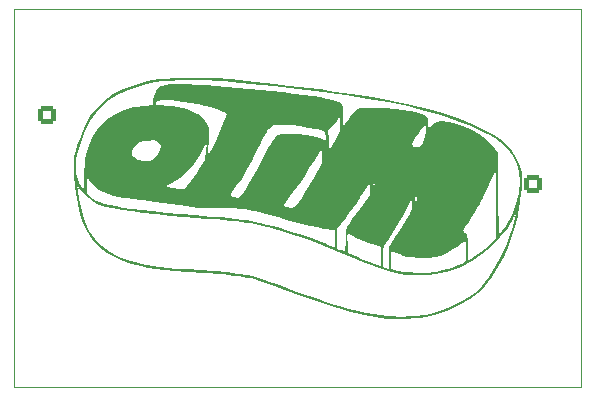
<source format=gbo>
G04 #@! TF.GenerationSoftware,KiCad,Pcbnew,9.0.2*
G04 #@! TF.CreationDate,2025-08-04T18:18:05+01:00*
G04 #@! TF.ProjectId,mito,6d69746f-2e6b-4696-9361-645f70636258,rev?*
G04 #@! TF.SameCoordinates,Original*
G04 #@! TF.FileFunction,Legend,Bot*
G04 #@! TF.FilePolarity,Positive*
%FSLAX46Y46*%
G04 Gerber Fmt 4.6, Leading zero omitted, Abs format (unit mm)*
G04 Created by KiCad (PCBNEW 9.0.2) date 2025-08-04 18:18:05*
%MOMM*%
%LPD*%
G01*
G04 APERTURE LIST*
G04 Aperture macros list*
%AMRoundRect*
0 Rectangle with rounded corners*
0 $1 Rounding radius*
0 $2 $3 $4 $5 $6 $7 $8 $9 X,Y pos of 4 corners*
0 Add a 4 corners polygon primitive as box body*
4,1,4,$2,$3,$4,$5,$6,$7,$8,$9,$2,$3,0*
0 Add four circle primitives for the rounded corners*
1,1,$1+$1,$2,$3*
1,1,$1+$1,$4,$5*
1,1,$1+$1,$6,$7*
1,1,$1+$1,$8,$9*
0 Add four rect primitives between the rounded corners*
20,1,$1+$1,$2,$3,$4,$5,0*
20,1,$1+$1,$4,$5,$6,$7,0*
20,1,$1+$1,$6,$7,$8,$9,0*
20,1,$1+$1,$8,$9,$2,$3,0*%
G04 Aperture macros list end*
%ADD10C,0.000000*%
%ADD11C,3.600000*%
%ADD12RoundRect,0.250000X-0.550000X0.550000X-0.550000X-0.550000X0.550000X-0.550000X0.550000X0.550000X0*%
%ADD13C,1.600000*%
%ADD14O,2.200000X3.500000*%
%ADD15R,1.500000X2.500000*%
%ADD16O,1.500000X2.500000*%
G04 #@! TA.AperFunction,Profile*
%ADD17C,0.050000*%
G04 #@! TD*
G04 APERTURE END LIST*
D10*
G36*
X176010852Y-100579945D02*
G01*
X176009670Y-100675654D01*
X175982253Y-101116861D01*
X175922859Y-101657559D01*
X175837204Y-102260245D01*
X175731001Y-102887416D01*
X175665810Y-103218202D01*
X175609964Y-103501569D01*
X175479809Y-104065202D01*
X175233499Y-104924654D01*
X174861679Y-105951697D01*
X174423043Y-106932116D01*
X173928159Y-107848337D01*
X173387596Y-108682788D01*
X172811924Y-109417898D01*
X172211711Y-110036094D01*
X171597528Y-110519805D01*
X171588462Y-110525823D01*
X170650794Y-111069215D01*
X169621467Y-111524836D01*
X168542669Y-111876504D01*
X167456587Y-112108040D01*
X166941319Y-112168605D01*
X166216396Y-112209652D01*
X165439819Y-112213859D01*
X164664480Y-112181174D01*
X163943267Y-112111545D01*
X163674968Y-112074699D01*
X162975197Y-111960028D01*
X162257464Y-111814044D01*
X161504730Y-111631848D01*
X160699959Y-111408544D01*
X159826114Y-111139232D01*
X158866157Y-110819017D01*
X157803052Y-110442999D01*
X156619761Y-110006282D01*
X156374788Y-109914469D01*
X155642880Y-109642131D01*
X155027119Y-109417264D01*
X154507912Y-109233706D01*
X154065665Y-109085292D01*
X153680785Y-108965858D01*
X153333677Y-108869241D01*
X153004749Y-108789278D01*
X152674406Y-108719805D01*
X152323054Y-108654658D01*
X152029565Y-108604796D01*
X151613141Y-108541616D01*
X151176713Y-108485392D01*
X150698282Y-108434025D01*
X150155850Y-108385418D01*
X149527420Y-108337473D01*
X148790994Y-108288092D01*
X147924575Y-108235176D01*
X147613375Y-108216238D01*
X146599827Y-108144826D01*
X145722328Y-108066014D01*
X144968431Y-107978411D01*
X144325692Y-107880622D01*
X143781666Y-107771254D01*
X143669433Y-107744791D01*
X142605031Y-107441497D01*
X141672738Y-107070119D01*
X140865598Y-106623316D01*
X140176653Y-106093751D01*
X139598946Y-105474083D01*
X139125521Y-104756973D01*
X138749419Y-103935082D01*
X138463686Y-103001072D01*
X138261363Y-101947601D01*
X138219560Y-101656964D01*
X138117898Y-100882956D01*
X138310566Y-100882956D01*
X138328221Y-101011377D01*
X138331644Y-101032489D01*
X138362814Y-101236724D01*
X138405236Y-101527066D01*
X138450763Y-101847904D01*
X138484300Y-102074297D01*
X138691157Y-103091612D01*
X138977328Y-103985445D01*
X139350370Y-104765286D01*
X139817842Y-105440622D01*
X140387302Y-106020942D01*
X141066308Y-106515733D01*
X141862418Y-106934485D01*
X142783191Y-107286685D01*
X142806723Y-107294350D01*
X143251082Y-107429359D01*
X143706027Y-107547006D01*
X144189243Y-107649693D01*
X144718419Y-107739818D01*
X145311242Y-107819785D01*
X145985400Y-107891992D01*
X146758579Y-107958841D01*
X147648469Y-108022733D01*
X148672755Y-108086068D01*
X148736543Y-108089810D01*
X149936232Y-108173093D01*
X150995854Y-108273232D01*
X151926117Y-108391582D01*
X152737729Y-108529493D01*
X153441398Y-108688318D01*
X153606208Y-108735643D01*
X153937374Y-108841224D01*
X154371890Y-108987314D01*
X154887400Y-109166134D01*
X155461545Y-109369902D01*
X156071969Y-109590837D01*
X156696314Y-109821157D01*
X157363836Y-110067876D01*
X158503612Y-110477845D01*
X159527530Y-110829118D01*
X160449777Y-111125523D01*
X161284544Y-111370893D01*
X162046021Y-111569056D01*
X162748397Y-111723844D01*
X163405862Y-111839086D01*
X164032604Y-111918613D01*
X164642815Y-111966256D01*
X164843425Y-111977485D01*
X165172381Y-111997300D01*
X165436964Y-112014972D01*
X165593414Y-112027671D01*
X165679679Y-112032582D01*
X165947399Y-112029189D01*
X166304333Y-112010585D01*
X166709212Y-111980088D01*
X167120764Y-111941016D01*
X167497718Y-111896685D01*
X167798803Y-111850413D01*
X168214447Y-111760508D01*
X169049730Y-111514802D01*
X169907816Y-111187160D01*
X170737399Y-110798195D01*
X171487173Y-110368520D01*
X172000521Y-109983506D01*
X172587466Y-109402778D01*
X173156201Y-108689166D01*
X173699445Y-107852964D01*
X174209915Y-106904466D01*
X174680332Y-105853966D01*
X174760532Y-105648339D01*
X174893975Y-105276517D01*
X175032894Y-104860989D01*
X175167847Y-104432911D01*
X175289393Y-104023437D01*
X175388088Y-103663724D01*
X175454490Y-103384927D01*
X175479156Y-103218202D01*
X175472004Y-103216315D01*
X175414830Y-103300624D01*
X175312859Y-103483199D01*
X175181016Y-103738020D01*
X174745812Y-104480255D01*
X174136264Y-105277619D01*
X173979192Y-105440843D01*
X173417335Y-106024706D01*
X172611141Y-106703107D01*
X171739797Y-107294412D01*
X170825418Y-107780214D01*
X169890120Y-108142103D01*
X169412578Y-108278998D01*
X168714424Y-108425508D01*
X167994021Y-108506011D01*
X167190420Y-108529247D01*
X166889566Y-108523261D01*
X166270734Y-108477118D01*
X165633533Y-108381250D01*
X164959473Y-108230598D01*
X164230064Y-108020101D01*
X163426817Y-107744701D01*
X162531242Y-107399338D01*
X161524851Y-106978953D01*
X160654155Y-106608072D01*
X159606660Y-106174865D01*
X158653253Y-105797976D01*
X157770873Y-105469182D01*
X156936460Y-105180260D01*
X156126954Y-104922987D01*
X155319294Y-104689138D01*
X154490420Y-104470491D01*
X154411369Y-104450582D01*
X154027340Y-104355595D01*
X153671692Y-104272015D01*
X153329424Y-104197925D01*
X152985531Y-104131410D01*
X152625011Y-104070552D01*
X152232860Y-104013437D01*
X151794077Y-103958146D01*
X151293657Y-103902764D01*
X150716599Y-103845375D01*
X150047898Y-103784063D01*
X149272553Y-103716910D01*
X148375560Y-103642001D01*
X147341917Y-103557420D01*
X146238804Y-103463522D01*
X145001689Y-103345985D01*
X143903870Y-103226467D01*
X142938257Y-103104055D01*
X142097762Y-102977836D01*
X141375297Y-102846898D01*
X140763773Y-102710328D01*
X140177878Y-102532956D01*
X139690424Y-102306794D01*
X139271769Y-102008139D01*
X138886843Y-101611930D01*
X138500578Y-101093107D01*
X138397722Y-100943173D01*
X138327777Y-100857398D01*
X138310566Y-100882956D01*
X138117898Y-100882956D01*
X138113186Y-100847079D01*
X138043199Y-100151654D01*
X138011904Y-99545045D01*
X138015552Y-99340635D01*
X138219438Y-99340635D01*
X138245758Y-99834932D01*
X138322569Y-100238052D01*
X138364424Y-100360610D01*
X138495419Y-100667641D01*
X138645772Y-100953582D01*
X138862575Y-101315568D01*
X138907090Y-100107049D01*
X139128743Y-100107049D01*
X139128743Y-100876490D01*
X139128743Y-101645932D01*
X139448504Y-101919636D01*
X139459963Y-101929353D01*
X139665764Y-102078247D01*
X139920486Y-102216393D01*
X140232714Y-102345253D01*
X140611033Y-102466289D01*
X141064029Y-102580962D01*
X141600286Y-102690734D01*
X142228391Y-102797067D01*
X142956929Y-102901421D01*
X143794484Y-103005259D01*
X144749642Y-103110043D01*
X145830988Y-103217233D01*
X147047108Y-103328291D01*
X148406587Y-103444679D01*
X148845400Y-103481460D01*
X149742306Y-103558436D01*
X150511877Y-103627823D01*
X151171055Y-103691766D01*
X151736779Y-103752406D01*
X152225991Y-103811885D01*
X152655633Y-103872346D01*
X153042644Y-103935931D01*
X153403966Y-104004783D01*
X153756539Y-104081043D01*
X154117305Y-104166855D01*
X154383093Y-104233575D01*
X155276840Y-104473750D01*
X156197213Y-104742837D01*
X157108982Y-105029490D01*
X157976914Y-105322359D01*
X158765780Y-105610098D01*
X159440348Y-105881360D01*
X159564821Y-105934362D01*
X159822280Y-106042031D01*
X160007447Y-106116682D01*
X160086680Y-106144610D01*
X160094634Y-106120949D01*
X160106633Y-105978598D01*
X160114891Y-105736174D01*
X160117965Y-105426815D01*
X160117965Y-104709020D01*
X159756737Y-104658878D01*
X159670479Y-104646276D01*
X159651542Y-104642962D01*
X160346108Y-104642962D01*
X160346108Y-104709020D01*
X160346108Y-105462395D01*
X160346108Y-106281827D01*
X160555240Y-106357536D01*
X160725642Y-106420652D01*
X160897456Y-106487184D01*
X160936041Y-106498532D01*
X160979008Y-106482070D01*
X161006586Y-106404923D01*
X161022130Y-106244242D01*
X161028996Y-105977176D01*
X161030539Y-105580876D01*
X161029130Y-105305820D01*
X161029415Y-105221377D01*
X161192738Y-105221377D01*
X161192862Y-105488055D01*
X161199074Y-105819572D01*
X161220659Y-106635252D01*
X162057186Y-106988049D01*
X162337969Y-107104859D01*
X162751943Y-107272497D01*
X163139907Y-107424934D01*
X163445060Y-107539597D01*
X163996408Y-107738347D01*
X163996408Y-106927606D01*
X164224551Y-106927606D01*
X164224551Y-107802785D01*
X164446622Y-107880200D01*
X164668693Y-107957614D01*
X164693778Y-107027999D01*
X164708836Y-106469958D01*
X164908982Y-106469958D01*
X164908982Y-107246153D01*
X164908982Y-108022348D01*
X165498354Y-108158555D01*
X165538685Y-108167529D01*
X165947375Y-108233846D01*
X166449195Y-108283198D01*
X166995564Y-108313683D01*
X167537902Y-108323396D01*
X168027628Y-108310434D01*
X168416162Y-108272893D01*
X168699042Y-108223285D01*
X169195535Y-108115417D01*
X169696131Y-107984517D01*
X170170012Y-107840248D01*
X170586363Y-107692275D01*
X170914367Y-107550263D01*
X171123210Y-107423878D01*
X171156111Y-107372318D01*
X171193127Y-107201653D01*
X171214248Y-106908174D01*
X171220959Y-106477514D01*
X171218114Y-106160850D01*
X171209432Y-105876208D01*
X171196313Y-105683288D01*
X171180177Y-105612275D01*
X171168594Y-105616496D01*
X171063203Y-105683709D01*
X170878514Y-105815793D01*
X170645649Y-105990711D01*
X170615778Y-106013413D01*
X170136793Y-106335928D01*
X169615210Y-106622012D01*
X169100285Y-106847186D01*
X168641273Y-106986967D01*
X168518586Y-107007473D01*
X168180735Y-107036384D01*
X167752510Y-107048027D01*
X167274526Y-107040799D01*
X167127659Y-107035366D01*
X166742481Y-107015297D01*
X166446355Y-106984307D01*
X166191294Y-106933667D01*
X165929312Y-106854652D01*
X165612426Y-106738535D01*
X164908982Y-106469958D01*
X164708836Y-106469958D01*
X164718863Y-106098385D01*
X165414629Y-105037815D01*
X165468177Y-104956127D01*
X165626934Y-104711635D01*
X170992815Y-104711635D01*
X170993267Y-104717015D01*
X171052437Y-104818921D01*
X171180772Y-104957203D01*
X171202956Y-104978059D01*
X171270751Y-105053405D01*
X171317877Y-105144976D01*
X171348844Y-105279944D01*
X171368164Y-105485480D01*
X171380347Y-105788756D01*
X171389903Y-106216945D01*
X171394986Y-106477514D01*
X171411078Y-107302495D01*
X172019248Y-106895598D01*
X172104676Y-106837079D01*
X172469199Y-106566277D01*
X172850590Y-106256816D01*
X173178978Y-105964772D01*
X173730539Y-105440843D01*
X173728425Y-102503655D01*
X173726310Y-99566467D01*
X173497398Y-100136826D01*
X173370473Y-100438059D01*
X173191103Y-100834729D01*
X173170164Y-100881034D01*
X172937177Y-101371348D01*
X172687180Y-101877911D01*
X172637280Y-101975535D01*
X172435836Y-102369636D01*
X172372906Y-102487996D01*
X172198812Y-102815436D01*
X171991773Y-103184223D01*
X171830386Y-103444910D01*
X171663002Y-103689286D01*
X171444015Y-104004826D01*
X171256609Y-104270729D01*
X171140990Y-104439958D01*
X171034071Y-104615636D01*
X170992815Y-104711635D01*
X165626934Y-104711635D01*
X165820879Y-104412953D01*
X166097228Y-103973840D01*
X166306242Y-103620281D01*
X166456938Y-103333767D01*
X166558333Y-103095789D01*
X166619443Y-102887840D01*
X166649287Y-102691412D01*
X166656880Y-102487996D01*
X166655676Y-102000000D01*
X166126084Y-103007363D01*
X165882166Y-103460220D01*
X165565926Y-104020559D01*
X165246194Y-104561447D01*
X164940726Y-105053674D01*
X164667275Y-105468032D01*
X164443595Y-105775314D01*
X164376321Y-105862836D01*
X164304175Y-105978854D01*
X164267162Y-106086488D01*
X164259490Y-106108799D01*
X164235702Y-106287212D01*
X164226245Y-106548634D01*
X164224551Y-106927606D01*
X163996408Y-106927606D01*
X163996408Y-106912417D01*
X163996408Y-106086488D01*
X163330988Y-105879059D01*
X163205513Y-105838280D01*
X162793554Y-105689547D01*
X162349900Y-105512709D01*
X161951018Y-105337761D01*
X161729448Y-105234907D01*
X161467998Y-105115589D01*
X161283786Y-105034072D01*
X161206978Y-105003892D01*
X161198401Y-105050598D01*
X161192738Y-105221377D01*
X161029415Y-105221377D01*
X161029953Y-105061907D01*
X161042311Y-104860336D01*
X161075537Y-104680150D01*
X161138964Y-104500393D01*
X161241926Y-104300108D01*
X161393754Y-104058338D01*
X161603782Y-103754126D01*
X161881342Y-103366516D01*
X162235768Y-102874551D01*
X162889554Y-101964580D01*
X166895180Y-101964580D01*
X166900194Y-102163478D01*
X166924252Y-102456287D01*
X167030290Y-102204900D01*
X167050730Y-102154372D01*
X167094237Y-101975535D01*
X167050570Y-101867755D01*
X167003181Y-101831654D01*
X166920474Y-101826333D01*
X166912940Y-101838967D01*
X166895180Y-101964580D01*
X162889554Y-101964580D01*
X163082659Y-101695808D01*
X163083246Y-101210253D01*
X163083294Y-101097249D01*
X163079347Y-100887771D01*
X163061700Y-100800580D01*
X163020544Y-100813927D01*
X162946073Y-100906061D01*
X162941422Y-100912255D01*
X162843305Y-101053694D01*
X162686745Y-101290150D01*
X162492331Y-101590176D01*
X162280654Y-101922324D01*
X162253941Y-101964387D01*
X161993467Y-102360888D01*
X161681323Y-102817844D01*
X161354391Y-103281999D01*
X161049551Y-103700093D01*
X160346108Y-104642962D01*
X159651542Y-104642962D01*
X159217688Y-104567037D01*
X158658170Y-104453062D01*
X158023503Y-104311799D01*
X157345270Y-104150699D01*
X156655050Y-103977212D01*
X155984423Y-103798787D01*
X155364971Y-103622873D01*
X154966065Y-103505587D01*
X154323581Y-103320723D01*
X153782248Y-103174117D01*
X153313456Y-103061219D01*
X152888593Y-102977481D01*
X152479050Y-102918355D01*
X152056215Y-102879291D01*
X151591478Y-102855741D01*
X151056229Y-102843156D01*
X150421857Y-102836987D01*
X150032598Y-102833474D01*
X149518829Y-102825699D01*
X149059792Y-102815204D01*
X148679830Y-102802693D01*
X148403283Y-102788867D01*
X148254491Y-102774429D01*
X148024958Y-102732532D01*
X147498620Y-102643758D01*
X147073028Y-102577164D01*
X155784391Y-102577164D01*
X155836560Y-102632018D01*
X155976932Y-102710248D01*
X156143265Y-102775042D01*
X156321187Y-102807705D01*
X156492973Y-102785577D01*
X156668207Y-102698661D01*
X156856469Y-102536962D01*
X157067340Y-102290484D01*
X157310403Y-101949230D01*
X157595239Y-101503203D01*
X157931429Y-100942409D01*
X158016212Y-100796048D01*
X163321169Y-100796048D01*
X163325625Y-100979491D01*
X163337157Y-101097249D01*
X163350000Y-101228394D01*
X163458733Y-101023289D01*
X163473526Y-100994627D01*
X163525455Y-100834729D01*
X163479013Y-100729730D01*
X163428691Y-100691487D01*
X163345904Y-100685932D01*
X163343458Y-100688799D01*
X163321169Y-100796048D01*
X158016212Y-100796048D01*
X158328555Y-100256850D01*
X159053294Y-98992939D01*
X159053294Y-98369758D01*
X159053294Y-97746577D01*
X158437547Y-98732570D01*
X158436553Y-98734160D01*
X157975948Y-99465815D01*
X157577162Y-100085572D01*
X157226573Y-100613545D01*
X156910560Y-101069849D01*
X156615501Y-101474597D01*
X156327774Y-101847904D01*
X156129264Y-102101500D01*
X155950631Y-102336215D01*
X155829354Y-102503250D01*
X155784391Y-102577164D01*
X147073028Y-102577164D01*
X146894864Y-102549286D01*
X146246166Y-102453596D01*
X145585001Y-102361168D01*
X144943847Y-102276483D01*
X144355178Y-102204021D01*
X143851472Y-102148263D01*
X143465205Y-102113689D01*
X143253578Y-102097292D01*
X142287003Y-101980875D01*
X141454317Y-101804317D01*
X141194356Y-101716123D01*
X151296408Y-101716123D01*
X151297131Y-101722512D01*
X151373067Y-101800558D01*
X151535899Y-101878488D01*
X151682847Y-101925668D01*
X151892606Y-101958393D01*
X152058680Y-101907491D01*
X152219160Y-101755929D01*
X152412136Y-101486676D01*
X152420122Y-101474647D01*
X152603378Y-101188764D01*
X152801997Y-100858915D01*
X153026348Y-100466603D01*
X153286799Y-99993333D01*
X153593717Y-99420611D01*
X153957471Y-98729940D01*
X154228568Y-98216172D01*
X154487832Y-97738856D01*
X154700208Y-97370107D01*
X154876246Y-97094838D01*
X155026494Y-96897962D01*
X155161501Y-96764391D01*
X155291816Y-96679039D01*
X155427990Y-96626817D01*
X155591065Y-96589713D01*
X156019433Y-96542901D01*
X156532729Y-96534979D01*
X157091614Y-96562354D01*
X157656748Y-96621430D01*
X158188793Y-96708612D01*
X158648409Y-96820305D01*
X158996258Y-96952914D01*
X159281438Y-97098001D01*
X159283750Y-97799898D01*
X159287419Y-98071502D01*
X159300826Y-98296457D01*
X159319944Y-98369758D01*
X159325605Y-98391465D01*
X159363487Y-98368873D01*
X159382394Y-98312746D01*
X159404504Y-98095627D01*
X159406479Y-97748140D01*
X159388010Y-97283832D01*
X159371752Y-97003350D01*
X159349173Y-96694554D01*
X159323738Y-96495046D01*
X159289937Y-96379259D01*
X159242257Y-96321630D01*
X159175190Y-96296595D01*
X158981352Y-96255996D01*
X159580626Y-96255996D01*
X159602139Y-97109288D01*
X159618246Y-97748140D01*
X159623653Y-97962579D01*
X159929921Y-97429873D01*
X166681015Y-97429873D01*
X166707236Y-97554720D01*
X166855942Y-97635865D01*
X167064753Y-97677734D01*
X167265864Y-97672969D01*
X167392914Y-97615671D01*
X167456388Y-97511007D01*
X167561118Y-97305392D01*
X167678772Y-97051643D01*
X167798362Y-96743838D01*
X167856789Y-96459446D01*
X167860045Y-96139069D01*
X167836827Y-95688024D01*
X167363965Y-96307727D01*
X167362890Y-96309155D01*
X167239353Y-96473331D01*
X166945543Y-96892085D01*
X166759941Y-97209964D01*
X166681015Y-97429873D01*
X159929921Y-97429873D01*
X160098953Y-97135867D01*
X160574252Y-96309155D01*
X160573538Y-95618350D01*
X160572825Y-94927545D01*
X160353828Y-95307784D01*
X160269573Y-95443759D01*
X160062897Y-95731740D01*
X159857728Y-95972010D01*
X159580626Y-96255996D01*
X158981352Y-96255996D01*
X158576932Y-96171291D01*
X157846036Y-96034335D01*
X157152608Y-95921548D01*
X156518573Y-95835828D01*
X155965860Y-95780074D01*
X155516393Y-95757184D01*
X155192100Y-95770058D01*
X155120486Y-95779637D01*
X154884747Y-95833995D01*
X154709341Y-95938971D01*
X154523009Y-96133248D01*
X154498138Y-96164506D01*
X154369114Y-96359648D01*
X154193325Y-96659611D01*
X153985055Y-97038592D01*
X153758584Y-97470790D01*
X153528197Y-97930403D01*
X153364578Y-98263405D01*
X153082391Y-98829373D01*
X152842498Y-99294712D01*
X152630648Y-99684283D01*
X152432586Y-100022946D01*
X152234060Y-100335562D01*
X152020817Y-100646991D01*
X151778602Y-100982095D01*
X151624008Y-101196323D01*
X151454635Y-101442846D01*
X151339121Y-101625723D01*
X151296408Y-101716123D01*
X141194356Y-101716123D01*
X140749698Y-101565269D01*
X140167323Y-101261378D01*
X139804095Y-100972102D01*
X145807767Y-100972102D01*
X146023494Y-101059070D01*
X146045982Y-101067237D01*
X146246402Y-101113325D01*
X146534665Y-101154529D01*
X146856354Y-101182765D01*
X147473486Y-101219492D01*
X147815911Y-100735195D01*
X147944508Y-100550861D01*
X148170616Y-100220521D01*
X148420532Y-99850103D01*
X148659809Y-99490419D01*
X149161283Y-98729940D01*
X149209368Y-98007485D01*
X149257452Y-97285030D01*
X149079637Y-97631307D01*
X148960046Y-97864200D01*
X148695966Y-98338821D01*
X148183538Y-99089899D01*
X147611083Y-99744611D01*
X146995645Y-100284468D01*
X146354269Y-100690979D01*
X145807767Y-100972102D01*
X139804095Y-100972102D01*
X139701371Y-100890292D01*
X139346020Y-100449659D01*
X139128743Y-100107049D01*
X138907090Y-100107049D01*
X138911595Y-99984730D01*
X138919644Y-99781513D01*
X138950915Y-99210210D01*
X138992566Y-98750847D01*
X139047890Y-98372816D01*
X139110764Y-98088139D01*
X142934020Y-98088139D01*
X142970609Y-98334687D01*
X143152733Y-98545461D01*
X143482826Y-98727039D01*
X143568351Y-98757313D01*
X143851882Y-98819331D01*
X144145243Y-98844012D01*
X144198043Y-98843652D01*
X144434842Y-98821034D01*
X144618386Y-98741783D01*
X144824300Y-98576057D01*
X144877780Y-98525890D01*
X145131842Y-98225462D01*
X145302356Y-97912903D01*
X145364671Y-97631307D01*
X145363846Y-97615512D01*
X145300946Y-97447533D01*
X145168583Y-97272147D01*
X145111730Y-97217329D01*
X145006395Y-97141174D01*
X144878004Y-97103821D01*
X144683713Y-97096469D01*
X144380677Y-97110318D01*
X144004070Y-97150183D01*
X143624076Y-97255148D01*
X143333781Y-97433584D01*
X143102504Y-97699639D01*
X143040531Y-97799240D01*
X142934020Y-98088139D01*
X139110764Y-98088139D01*
X139120179Y-98045509D01*
X139299039Y-97482428D01*
X139672527Y-96693139D01*
X140159660Y-95999158D01*
X140753292Y-95406125D01*
X141446273Y-94919678D01*
X142231456Y-94545457D01*
X143101693Y-94289101D01*
X144049837Y-94156251D01*
X144756288Y-94106592D01*
X144756506Y-93946389D01*
X144984432Y-93946389D01*
X144989266Y-94024893D01*
X145031922Y-94094365D01*
X145150760Y-94123436D01*
X145383683Y-94129490D01*
X145486488Y-94131649D01*
X145877927Y-94161173D01*
X146344053Y-94218766D01*
X146830422Y-94296080D01*
X147282589Y-94384763D01*
X147646108Y-94476467D01*
X148137954Y-94655010D01*
X148672021Y-94948161D01*
X149074890Y-95304619D01*
X149341403Y-95720595D01*
X149390504Y-95840506D01*
X149432813Y-95986472D01*
X149456469Y-96158677D01*
X149463562Y-96388497D01*
X149456184Y-96707310D01*
X149436424Y-97146493D01*
X149429923Y-97285030D01*
X149428886Y-97307122D01*
X149415139Y-97673087D01*
X149408935Y-97967719D01*
X149410663Y-98164178D01*
X149420709Y-98235628D01*
X149453286Y-98210212D01*
X149548057Y-98070226D01*
X149684327Y-97828509D01*
X149850394Y-97508518D01*
X150034554Y-97133710D01*
X150225105Y-96727542D01*
X150410342Y-96313470D01*
X150578563Y-95914951D01*
X151006600Y-94863001D01*
X150828568Y-94728711D01*
X150779574Y-94695803D01*
X150518761Y-94573369D01*
X150138333Y-94443541D01*
X149663104Y-94310986D01*
X149117887Y-94180372D01*
X148527497Y-94056365D01*
X147916746Y-93943634D01*
X147310448Y-93846846D01*
X146733418Y-93770670D01*
X146210469Y-93719771D01*
X145766414Y-93698818D01*
X145426067Y-93712479D01*
X145221167Y-93739543D01*
X145065865Y-93779196D01*
X144998845Y-93841846D01*
X144984432Y-93946389D01*
X144756506Y-93946389D01*
X144756712Y-93794613D01*
X144766279Y-93581412D01*
X144868586Y-93131268D01*
X145084153Y-92782224D01*
X145414538Y-92532285D01*
X145861296Y-92379459D01*
X146097009Y-92348942D01*
X146500593Y-92331148D01*
X147027103Y-92331485D01*
X147661557Y-92348575D01*
X148388970Y-92381036D01*
X149194360Y-92427488D01*
X150062743Y-92486551D01*
X150979136Y-92556845D01*
X151928554Y-92636990D01*
X152896014Y-92725605D01*
X153866533Y-92821310D01*
X154825128Y-92922725D01*
X155756814Y-93028470D01*
X156646609Y-93137165D01*
X157479528Y-93247429D01*
X158240588Y-93357882D01*
X158914806Y-93467144D01*
X159487199Y-93573835D01*
X159942781Y-93676574D01*
X160186132Y-93740093D01*
X160445992Y-93823760D01*
X160620094Y-93924023D01*
X160725612Y-94067982D01*
X160779719Y-94282736D01*
X160799589Y-94595386D01*
X160801305Y-94863001D01*
X160802396Y-95033032D01*
X160802396Y-95989498D01*
X161003279Y-95686665D01*
X161282624Y-95283402D01*
X161585138Y-94892397D01*
X161845379Y-94608930D01*
X162051054Y-94447538D01*
X162112272Y-94417947D01*
X162244886Y-94376769D01*
X162428796Y-94348778D01*
X162689185Y-94331864D01*
X163051232Y-94323918D01*
X163540120Y-94322830D01*
X163736634Y-94324592D01*
X164471221Y-94351233D01*
X165189086Y-94406806D01*
X165867696Y-94487717D01*
X166484518Y-94590370D01*
X167017021Y-94711168D01*
X167442672Y-94846518D01*
X167738937Y-94992822D01*
X167801988Y-95036444D01*
X167907325Y-95130332D01*
X167969525Y-95248667D01*
X168005524Y-95433934D01*
X168032258Y-95728618D01*
X168037345Y-95793529D01*
X168059165Y-96035190D01*
X168071926Y-96139069D01*
X168077668Y-96185808D01*
X168089294Y-96215035D01*
X168115651Y-96158988D01*
X168219594Y-96008684D01*
X168372708Y-95818565D01*
X168543352Y-95643110D01*
X168750563Y-95510512D01*
X168995559Y-95453532D01*
X169313119Y-95465019D01*
X169738024Y-95537822D01*
X170217468Y-95652921D01*
X170976352Y-95900788D01*
X171694831Y-96213490D01*
X172350566Y-96578032D01*
X172921220Y-96981422D01*
X173384454Y-97410667D01*
X173717930Y-97852772D01*
X173920659Y-98197604D01*
X173958683Y-101695808D01*
X173996707Y-105194012D01*
X174402658Y-104623652D01*
X174585656Y-104356210D01*
X175108060Y-103435352D01*
X175482690Y-102489011D01*
X175708347Y-101520735D01*
X175783833Y-100534074D01*
X175783825Y-100525208D01*
X175720860Y-99757417D01*
X175530765Y-99058957D01*
X175207746Y-98418301D01*
X174746006Y-97823923D01*
X174139750Y-97264296D01*
X174018952Y-97169378D01*
X173666925Y-96916924D01*
X173280548Y-96678378D01*
X172832213Y-96438620D01*
X172294307Y-96182530D01*
X171639222Y-95894988D01*
X171631850Y-95891845D01*
X170432943Y-95417659D01*
X169146717Y-94980789D01*
X167764165Y-94579175D01*
X166276282Y-94210761D01*
X164674061Y-93873488D01*
X162948497Y-93565299D01*
X161090585Y-93284137D01*
X159091318Y-93027943D01*
X158493150Y-92956638D01*
X157781637Y-92870469D01*
X157034665Y-92778895D01*
X156310939Y-92689114D01*
X155669162Y-92608325D01*
X155030199Y-92527810D01*
X153966744Y-92397998D01*
X153023230Y-92289454D01*
X152180070Y-92200570D01*
X151417680Y-92129740D01*
X150716475Y-92075359D01*
X150056869Y-92035820D01*
X149419277Y-92009518D01*
X148784114Y-91994845D01*
X148131795Y-91990196D01*
X147843516Y-91990961D01*
X146962183Y-92006592D01*
X146191086Y-92044359D01*
X145498859Y-92106884D01*
X144854138Y-92196788D01*
X144225557Y-92316694D01*
X143604970Y-92469324D01*
X142582120Y-92816884D01*
X141667029Y-93259290D01*
X140864662Y-93793516D01*
X140179986Y-94416534D01*
X139617967Y-95125317D01*
X139408897Y-95478109D01*
X139168906Y-95952335D01*
X138926226Y-96490348D01*
X138699119Y-97049397D01*
X138505843Y-97586734D01*
X138364658Y-98059607D01*
X138314257Y-98286263D01*
X138242605Y-98807100D01*
X138219438Y-99340635D01*
X138015552Y-99340635D01*
X138021603Y-99001607D01*
X138074601Y-98495696D01*
X138173202Y-98001667D01*
X138319710Y-97493876D01*
X138516429Y-96946679D01*
X138765662Y-96334431D01*
X138951297Y-95922266D01*
X139421993Y-95076098D01*
X139970187Y-94347329D01*
X140608074Y-93725063D01*
X141347848Y-93198403D01*
X142201706Y-92756451D01*
X143181842Y-92388310D01*
X143695626Y-92233613D01*
X144198243Y-92105738D01*
X144703579Y-92005316D01*
X145236474Y-91929472D01*
X145821767Y-91875332D01*
X146484296Y-91840020D01*
X147248901Y-91820661D01*
X148140420Y-91814380D01*
X148773682Y-91815627D01*
X149344539Y-91821421D01*
X149873818Y-91833368D01*
X150382883Y-91853074D01*
X150893095Y-91882145D01*
X151425820Y-91922186D01*
X152002421Y-91974803D01*
X152644260Y-92041603D01*
X153372703Y-92124191D01*
X154209112Y-92224173D01*
X155174851Y-92343156D01*
X155557119Y-92390669D01*
X156306093Y-92483669D01*
X157123963Y-92585130D01*
X157958789Y-92688613D01*
X158758634Y-92787676D01*
X159471557Y-92875882D01*
X159564158Y-92887370D01*
X161514041Y-93149086D01*
X163322284Y-93431886D01*
X164997772Y-93737986D01*
X166549393Y-94069600D01*
X167986032Y-94428943D01*
X169316576Y-94818230D01*
X170549912Y-95239676D01*
X171694926Y-95695495D01*
X172760505Y-96187903D01*
X173599921Y-96654350D01*
X174347360Y-97186620D01*
X174952665Y-97762438D01*
X175418753Y-98385741D01*
X175748537Y-99060467D01*
X175944932Y-99790556D01*
X176007021Y-100534074D01*
X176010852Y-100579945D01*
G37*
%LPC*%
D11*
X137000000Y-113950000D03*
X177000000Y-113950000D03*
X137000000Y-89950000D03*
D12*
X176930000Y-100760000D03*
D13*
X176930000Y-104360000D03*
D12*
X135730000Y-94910000D03*
D13*
X135730000Y-98510000D03*
X135730000Y-102110000D03*
X135730000Y-105710000D03*
X135730000Y-109310000D03*
D11*
X177000000Y-89950000D03*
D14*
X168000000Y-88500000D03*
X159800000Y-88500000D03*
D15*
X165900000Y-88500000D03*
D16*
X163900000Y-88500000D03*
X161900000Y-88500000D03*
%LPD*%
D17*
X133000000Y-86000000D02*
X181000000Y-86000000D01*
X181000000Y-118000000D01*
X133000000Y-118000000D01*
X133000000Y-86000000D01*
M02*

</source>
